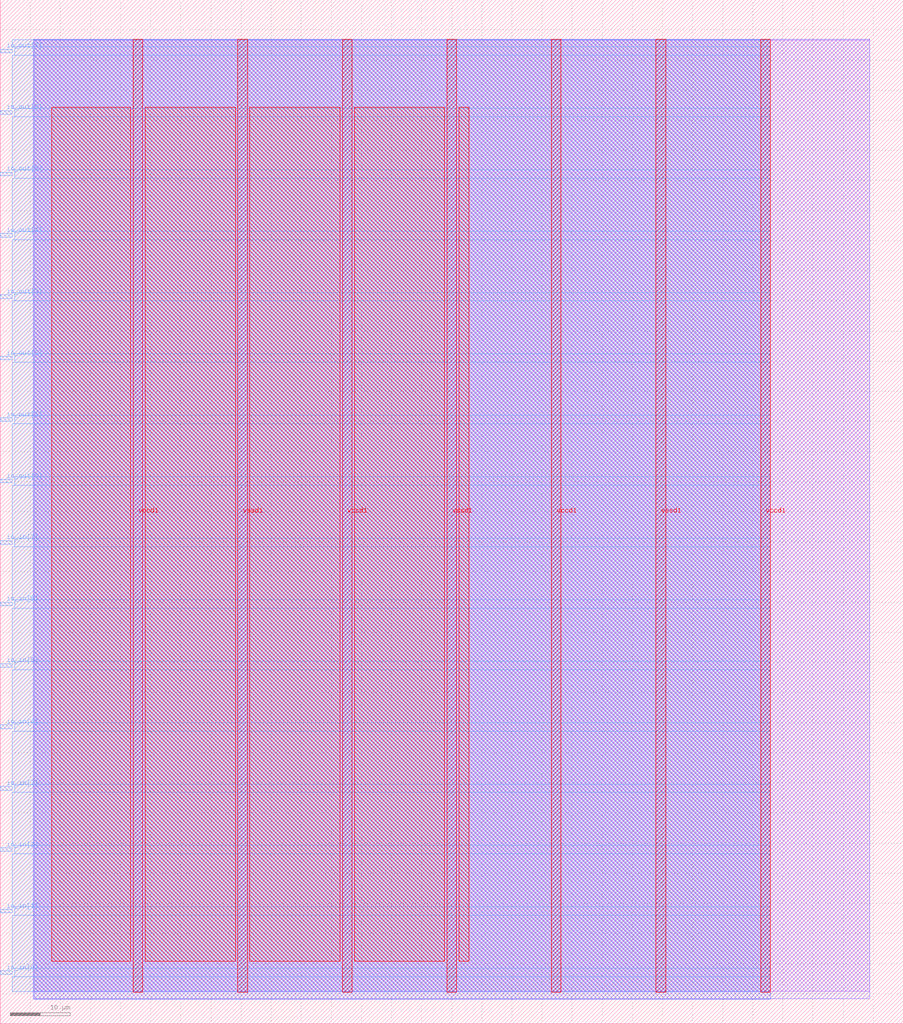
<source format=lef>
VERSION 5.7 ;
  NOWIREEXTENSIONATPIN ON ;
  DIVIDERCHAR "/" ;
  BUSBITCHARS "[]" ;
MACRO tt2_tholin_namebadge
  CLASS BLOCK ;
  FOREIGN tt2_tholin_namebadge ;
  ORIGIN 0.000 0.000 ;
  SIZE 150.000 BY 170.000 ;
  PIN io_in[0]
    DIRECTION INPUT ;
    USE SIGNAL ;
    PORT
      LAYER met3 ;
        RECT 0.000 8.200 2.000 8.800 ;
    END
  END io_in[0]
  PIN io_in[1]
    DIRECTION INPUT ;
    USE SIGNAL ;
    PORT
      LAYER met3 ;
        RECT 0.000 18.400 2.000 19.000 ;
    END
  END io_in[1]
  PIN io_in[2]
    DIRECTION INPUT ;
    USE SIGNAL ;
    PORT
      LAYER met3 ;
        RECT 0.000 28.600 2.000 29.200 ;
    END
  END io_in[2]
  PIN io_in[3]
    DIRECTION INPUT ;
    USE SIGNAL ;
    PORT
      LAYER met3 ;
        RECT 0.000 38.800 2.000 39.400 ;
    END
  END io_in[3]
  PIN io_in[4]
    DIRECTION INPUT ;
    USE SIGNAL ;
    PORT
      LAYER met3 ;
        RECT 0.000 49.000 2.000 49.600 ;
    END
  END io_in[4]
  PIN io_in[5]
    DIRECTION INPUT ;
    USE SIGNAL ;
    PORT
      LAYER met3 ;
        RECT 0.000 59.200 2.000 59.800 ;
    END
  END io_in[5]
  PIN io_in[6]
    DIRECTION INPUT ;
    USE SIGNAL ;
    PORT
      LAYER met3 ;
        RECT 0.000 69.400 2.000 70.000 ;
    END
  END io_in[6]
  PIN io_in[7]
    DIRECTION INPUT ;
    USE SIGNAL ;
    PORT
      LAYER met3 ;
        RECT 0.000 79.600 2.000 80.200 ;
    END
  END io_in[7]
  PIN io_out[0]
    DIRECTION OUTPUT TRISTATE ;
    USE SIGNAL ;
    PORT
      LAYER met3 ;
        RECT 0.000 89.800 2.000 90.400 ;
    END
  END io_out[0]
  PIN io_out[1]
    DIRECTION OUTPUT TRISTATE ;
    USE SIGNAL ;
    PORT
      LAYER met3 ;
        RECT 0.000 100.000 2.000 100.600 ;
    END
  END io_out[1]
  PIN io_out[2]
    DIRECTION OUTPUT TRISTATE ;
    USE SIGNAL ;
    PORT
      LAYER met3 ;
        RECT 0.000 110.200 2.000 110.800 ;
    END
  END io_out[2]
  PIN io_out[3]
    DIRECTION OUTPUT TRISTATE ;
    USE SIGNAL ;
    PORT
      LAYER met3 ;
        RECT 0.000 120.400 2.000 121.000 ;
    END
  END io_out[3]
  PIN io_out[4]
    DIRECTION OUTPUT TRISTATE ;
    USE SIGNAL ;
    PORT
      LAYER met3 ;
        RECT 0.000 130.600 2.000 131.200 ;
    END
  END io_out[4]
  PIN io_out[5]
    DIRECTION OUTPUT TRISTATE ;
    USE SIGNAL ;
    PORT
      LAYER met3 ;
        RECT 0.000 140.800 2.000 141.400 ;
    END
  END io_out[5]
  PIN io_out[6]
    DIRECTION OUTPUT TRISTATE ;
    USE SIGNAL ;
    PORT
      LAYER met3 ;
        RECT 0.000 151.000 2.000 151.600 ;
    END
  END io_out[6]
  PIN io_out[7]
    DIRECTION OUTPUT TRISTATE ;
    USE SIGNAL ;
    PORT
      LAYER met3 ;
        RECT 0.000 161.200 2.000 161.800 ;
    END
  END io_out[7]
  PIN vccd1
    DIRECTION INOUT ;
    USE POWER ;
    PORT
      LAYER met4 ;
        RECT 22.090 5.200 23.690 163.440 ;
    END
    PORT
      LAYER met4 ;
        RECT 56.830 5.200 58.430 163.440 ;
    END
    PORT
      LAYER met4 ;
        RECT 91.570 5.200 93.170 163.440 ;
    END
    PORT
      LAYER met4 ;
        RECT 126.310 5.200 127.910 163.440 ;
    END
  END vccd1
  PIN vssd1
    DIRECTION INOUT ;
    USE GROUND ;
    PORT
      LAYER met4 ;
        RECT 39.460 5.200 41.060 163.440 ;
    END
    PORT
      LAYER met4 ;
        RECT 74.200 5.200 75.800 163.440 ;
    END
    PORT
      LAYER met4 ;
        RECT 108.940 5.200 110.540 163.440 ;
    END
  END vssd1
  OBS
      LAYER li1 ;
        RECT 5.520 5.355 144.440 163.285 ;
      LAYER met1 ;
        RECT 5.520 4.120 144.440 163.440 ;
      LAYER met2 ;
        RECT 5.620 4.090 127.880 163.385 ;
      LAYER met3 ;
        RECT 2.000 162.200 127.900 163.365 ;
        RECT 2.400 160.800 127.900 162.200 ;
        RECT 2.000 152.000 127.900 160.800 ;
        RECT 2.400 150.600 127.900 152.000 ;
        RECT 2.000 141.800 127.900 150.600 ;
        RECT 2.400 140.400 127.900 141.800 ;
        RECT 2.000 131.600 127.900 140.400 ;
        RECT 2.400 130.200 127.900 131.600 ;
        RECT 2.000 121.400 127.900 130.200 ;
        RECT 2.400 120.000 127.900 121.400 ;
        RECT 2.000 111.200 127.900 120.000 ;
        RECT 2.400 109.800 127.900 111.200 ;
        RECT 2.000 101.000 127.900 109.800 ;
        RECT 2.400 99.600 127.900 101.000 ;
        RECT 2.000 90.800 127.900 99.600 ;
        RECT 2.400 89.400 127.900 90.800 ;
        RECT 2.000 80.600 127.900 89.400 ;
        RECT 2.400 79.200 127.900 80.600 ;
        RECT 2.000 70.400 127.900 79.200 ;
        RECT 2.400 69.000 127.900 70.400 ;
        RECT 2.000 60.200 127.900 69.000 ;
        RECT 2.400 58.800 127.900 60.200 ;
        RECT 2.000 50.000 127.900 58.800 ;
        RECT 2.400 48.600 127.900 50.000 ;
        RECT 2.000 39.800 127.900 48.600 ;
        RECT 2.400 38.400 127.900 39.800 ;
        RECT 2.000 29.600 127.900 38.400 ;
        RECT 2.400 28.200 127.900 29.600 ;
        RECT 2.000 19.400 127.900 28.200 ;
        RECT 2.400 18.000 127.900 19.400 ;
        RECT 2.000 9.200 127.900 18.000 ;
        RECT 2.400 7.800 127.900 9.200 ;
        RECT 2.000 5.275 127.900 7.800 ;
      LAYER met4 ;
        RECT 8.575 10.375 21.690 152.145 ;
        RECT 24.090 10.375 39.060 152.145 ;
        RECT 41.460 10.375 56.430 152.145 ;
        RECT 58.830 10.375 73.800 152.145 ;
        RECT 76.200 10.375 77.905 152.145 ;
  END
END tt2_tholin_namebadge
END LIBRARY


</source>
